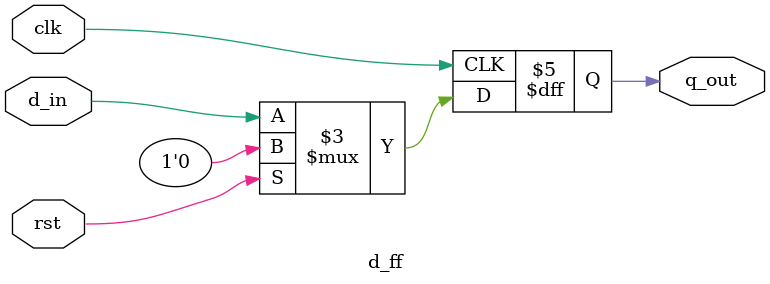
<source format=sv>
module d_ff (
    input clk,
    input d_in,
    input rst,
    output reg q_out
);

always@(posedge clk) begin
    if(rst) begin
        q_out <= '0;
    end else begin
        q_out <= d_in;
    end
end
endmodule
</source>
